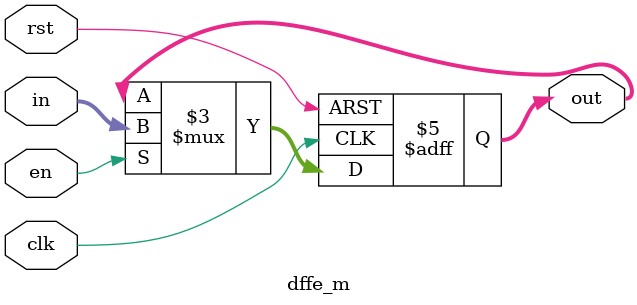
<source format=sv>

`timescale 1ns/10ps

module dffe_m
#(
    parameter WIDTH = 5
)
(
    input   logic   clk,
    input   logic   rst,

    input   logic   en,
    
    input   logic   [(2**WIDTH - 1):0] in,

    output  logic   [(2**WIDTH - 1):0] out
);

    // declare register
    always @(posedge clk or negedge rst)
    begin
        if(!rst)
            out <= 0;
        else 
            if(en)
                out <= in;

    end

endmodule: dffe_m
</source>
